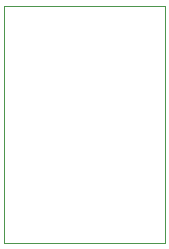
<source format=gbr>
%TF.GenerationSoftware,KiCad,Pcbnew,5.1.9+dfsg1-1+deb11u1*%
%TF.CreationDate,2024-08-22T01:22:47-07:00*%
%TF.ProjectId,micro7Decoder,6d696372-6f37-4446-9563-6f6465722e6b,rev?*%
%TF.SameCoordinates,Original*%
%TF.FileFunction,Profile,NP*%
%FSLAX46Y46*%
G04 Gerber Fmt 4.6, Leading zero omitted, Abs format (unit mm)*
G04 Created by KiCad (PCBNEW 5.1.9+dfsg1-1+deb11u1) date 2024-08-22 01:22:47*
%MOMM*%
%LPD*%
G01*
G04 APERTURE LIST*
%TA.AperFunction,Profile*%
%ADD10C,0.050000*%
%TD*%
G04 APERTURE END LIST*
D10*
X138049000Y-83693000D02*
X138049000Y-63627000D01*
X151638000Y-83693000D02*
X138049000Y-83693000D01*
X151638000Y-63627000D02*
X151638000Y-83693000D01*
X138049000Y-63627000D02*
X151638000Y-63627000D01*
M02*

</source>
